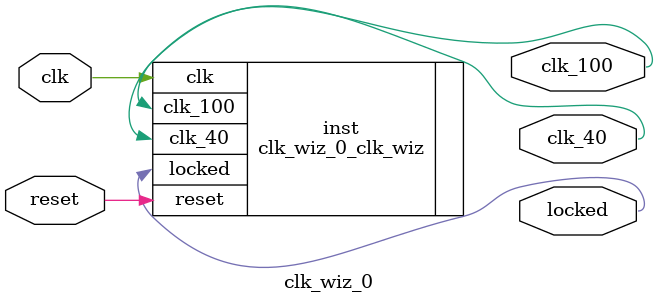
<source format=v>


`timescale 1ps/1ps

(* CORE_GENERATION_INFO = "clk_wiz_0,clk_wiz_v5_4_2_0,{component_name=clk_wiz_0,use_phase_alignment=true,use_min_o_jitter=false,use_max_i_jitter=false,use_dyn_phase_shift=false,use_inclk_switchover=false,use_dyn_reconfig=false,enable_axi=0,feedback_source=FDBK_AUTO,PRIMITIVE=MMCM,num_out_clk=2,clkin1_period=10.000,clkin2_period=10.000,use_power_down=false,use_reset=true,use_locked=true,use_inclk_stopped=false,feedback_type=SINGLE,CLOCK_MGR_TYPE=NA,manual_override=false}" *)

module clk_wiz_0 
 (
  // Clock out ports
  output        clk_40,
  output        clk_100,
  // Status and control signals
  input         reset,
  output        locked,
 // Clock in ports
  input         clk
 );

  clk_wiz_0_clk_wiz inst
  (
  // Clock out ports  
  .clk_40(clk_40),
  .clk_100(clk_100),
  // Status and control signals               
  .reset(reset), 
  .locked(locked),
 // Clock in ports
  .clk(clk)
  );

endmodule

</source>
